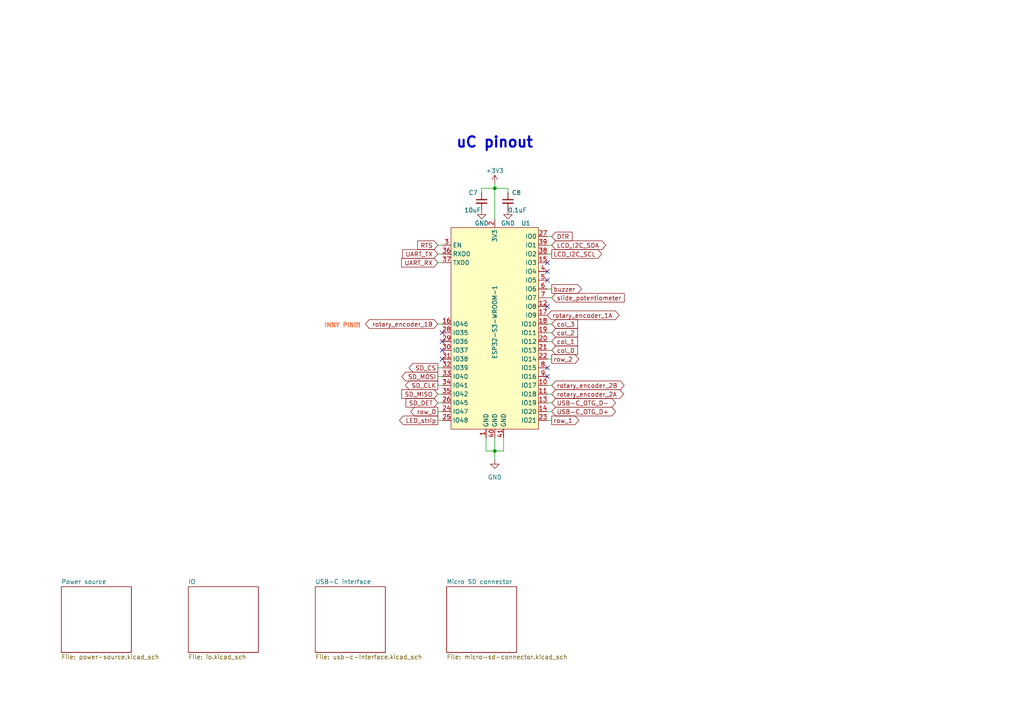
<source format=kicad_sch>
(kicad_sch (version 20230121) (generator eeschema)

  (uuid 26078c39-1d91-4154-8719-da74cb453e74)

  (paper "A4")

  (title_block
    (title "Keypad board")
    (date "2023-11-15")
    (rev "1.1")
  )

  (lib_symbols
    (symbol "PUTRocketLab_supply:+3.3V" (power) (pin_names (offset 0)) (in_bom yes) (on_board yes)
      (property "Reference" "#PWR" (at 0 -3.81 0)
        (effects (font (size 1.27 1.27)) hide)
      )
      (property "Value" "+3.3V" (at 0 3.556 0)
        (effects (font (size 1.27 1.27)))
      )
      (property "Footprint" "" (at 0 0 0)
        (effects (font (size 1.27 1.27)) hide)
      )
      (property "Datasheet" "" (at 0 0 0)
        (effects (font (size 1.27 1.27)) hide)
      )
      (property "ki_keywords" "power-flag" (at 0 0 0)
        (effects (font (size 1.27 1.27)) hide)
      )
      (property "ki_description" "Power symbol creates a global label with name \"+3.3V\"" (at 0 0 0)
        (effects (font (size 1.27 1.27)) hide)
      )
      (symbol "+3.3V_0_1"
        (polyline
          (pts
            (xy -0.762 1.27)
            (xy 0 2.54)
          )
          (stroke (width 0) (type default))
          (fill (type none))
        )
        (polyline
          (pts
            (xy 0 0)
            (xy 0 2.54)
          )
          (stroke (width 0) (type default))
          (fill (type none))
        )
        (polyline
          (pts
            (xy 0 2.54)
            (xy 0.762 1.27)
          )
          (stroke (width 0) (type default))
          (fill (type none))
        )
      )
      (symbol "+3.3V_1_1"
        (pin power_in line (at 0 0 90) (length 0) hide
          (name "+3V3" (effects (font (size 1.27 1.27))))
          (number "1" (effects (font (size 1.27 1.27))))
        )
      )
    )
    (symbol "PUTRocketLab_supply:GND" (power) (pin_names (offset 0)) (in_bom yes) (on_board yes)
      (property "Reference" "#PWR" (at 0 -6.35 0)
        (effects (font (size 1.27 1.27)) hide)
      )
      (property "Value" "GND" (at 0 -3.81 0)
        (effects (font (size 1.27 1.27)))
      )
      (property "Footprint" "" (at 0 0 0)
        (effects (font (size 1.27 1.27)) hide)
      )
      (property "Datasheet" "" (at 0 0 0)
        (effects (font (size 1.27 1.27)) hide)
      )
      (property "ki_keywords" "power-flag" (at 0 0 0)
        (effects (font (size 1.27 1.27)) hide)
      )
      (property "ki_description" "Power symbol creates a global label with name \"GND\" , ground" (at 0 0 0)
        (effects (font (size 1.27 1.27)) hide)
      )
      (symbol "GND_0_1"
        (polyline
          (pts
            (xy 0 0)
            (xy 0 -1.27)
            (xy 1.27 -1.27)
            (xy 0 -2.54)
            (xy -1.27 -1.27)
            (xy 0 -1.27)
          )
          (stroke (width 0) (type default))
          (fill (type none))
        )
      )
      (symbol "GND_1_1"
        (pin power_in line (at 0 0 270) (length 0) hide
          (name "GND" (effects (font (size 1.27 1.27))))
          (number "1" (effects (font (size 1.27 1.27))))
        )
      )
    )
    (symbol "PUT_RocketLab_IC:ESP32-S3-WROOM-1" (in_bom yes) (on_board yes)
      (property "Reference" "U" (at -11.43 30.48 0)
        (effects (font (size 1.27 1.27)))
      )
      (property "Value" "ESP32-S3-WROOM-1" (at 0 -1.27 90)
        (effects (font (size 1.27 1.27)))
      )
      (property "Footprint" "PUTRocketLab_IC:ESP32-S3-WROOM-1" (at 0 -48.26 0)
        (effects (font (size 1.27 1.27)) hide)
      )
      (property "Datasheet" "https://www.espressif.com/sites/default/files/documentation/esp32-s3-wroom-1_wroom-1u_datasheet_en.pdf" (at 0 -45.72 0)
        (effects (font (size 1.27 1.27)) hide)
      )
      (property "ki_keywords" "ESP, ESP32, WROOM" (at 0 0 0)
        (effects (font (size 1.27 1.27)) hide)
      )
      (symbol "ESP32-S3-WROOM-1_0_1"
        (rectangle (start -12.7 29.21) (end 12.7 -29.21)
          (stroke (width 0) (type default))
          (fill (type background))
        )
      )
      (symbol "ESP32-S3-WROOM-1_1_1"
        (pin power_in line (at -2.54 -31.75 90) (length 2.54)
          (name "GND" (effects (font (size 1.27 1.27))))
          (number "1" (effects (font (size 1.27 1.27))))
        )
        (pin bidirectional line (at 15.24 -16.51 180) (length 2.54)
          (name "IO17" (effects (font (size 1.27 1.27))))
          (number "10" (effects (font (size 1.27 1.27))))
        )
        (pin bidirectional line (at 15.24 -19.05 180) (length 2.54)
          (name "IO18" (effects (font (size 1.27 1.27))))
          (number "11" (effects (font (size 1.27 1.27))))
        )
        (pin bidirectional line (at 15.24 6.35 180) (length 2.54)
          (name "IO8" (effects (font (size 1.27 1.27))))
          (number "12" (effects (font (size 1.27 1.27))))
        )
        (pin bidirectional line (at 15.24 -21.59 180) (length 2.54)
          (name "IO19" (effects (font (size 1.27 1.27))))
          (number "13" (effects (font (size 1.27 1.27))))
        )
        (pin bidirectional line (at 15.24 -24.13 180) (length 2.54)
          (name "IO20" (effects (font (size 1.27 1.27))))
          (number "14" (effects (font (size 1.27 1.27))))
        )
        (pin tri_state line (at 15.24 19.05 180) (length 2.54)
          (name "IO3" (effects (font (size 1.27 1.27))))
          (number "15" (effects (font (size 1.27 1.27))))
        )
        (pin tri_state line (at -15.24 1.27 0) (length 2.54)
          (name "IO46" (effects (font (size 1.27 1.27))))
          (number "16" (effects (font (size 1.27 1.27))))
        )
        (pin bidirectional line (at 15.24 3.81 180) (length 2.54)
          (name "IO9" (effects (font (size 1.27 1.27))))
          (number "17" (effects (font (size 1.27 1.27))))
        )
        (pin bidirectional line (at 15.24 1.27 180) (length 2.54)
          (name "IO10" (effects (font (size 1.27 1.27))))
          (number "18" (effects (font (size 1.27 1.27))))
        )
        (pin bidirectional line (at 15.24 -1.27 180) (length 2.54)
          (name "IO11" (effects (font (size 1.27 1.27))))
          (number "19" (effects (font (size 1.27 1.27))))
        )
        (pin power_in line (at 0 31.75 270) (length 2.54)
          (name "3V3" (effects (font (size 1.27 1.27))))
          (number "2" (effects (font (size 1.27 1.27))))
        )
        (pin bidirectional line (at 15.24 -3.81 180) (length 2.54)
          (name "IO12" (effects (font (size 1.27 1.27))))
          (number "20" (effects (font (size 1.27 1.27))))
        )
        (pin bidirectional line (at 15.24 -6.35 180) (length 2.54)
          (name "IO13" (effects (font (size 1.27 1.27))))
          (number "21" (effects (font (size 1.27 1.27))))
        )
        (pin bidirectional line (at 15.24 -8.89 180) (length 2.54)
          (name "IO14" (effects (font (size 1.27 1.27))))
          (number "22" (effects (font (size 1.27 1.27))))
        )
        (pin bidirectional line (at 15.24 -26.67 180) (length 2.54)
          (name "IO21" (effects (font (size 1.27 1.27))))
          (number "23" (effects (font (size 1.27 1.27))))
        )
        (pin bidirectional line (at -15.24 -24.13 0) (length 2.54)
          (name "IO47" (effects (font (size 1.27 1.27))))
          (number "24" (effects (font (size 1.27 1.27))))
        )
        (pin bidirectional line (at -15.24 -26.67 0) (length 2.54)
          (name "IO48" (effects (font (size 1.27 1.27))))
          (number "25" (effects (font (size 1.27 1.27))))
        )
        (pin tri_state line (at -15.24 -21.59 0) (length 2.54)
          (name "IO45" (effects (font (size 1.27 1.27))))
          (number "26" (effects (font (size 1.27 1.27))))
        )
        (pin tri_state line (at 15.24 26.67 180) (length 2.54)
          (name "IO0" (effects (font (size 1.27 1.27))))
          (number "27" (effects (font (size 1.27 1.27))))
        )
        (pin bidirectional line (at -15.24 -1.27 0) (length 2.54)
          (name "IO35" (effects (font (size 1.27 1.27))))
          (number "28" (effects (font (size 1.27 1.27))))
        )
        (pin bidirectional line (at -15.24 -3.81 0) (length 2.54)
          (name "IO36" (effects (font (size 1.27 1.27))))
          (number "29" (effects (font (size 1.27 1.27))))
        )
        (pin input line (at -15.24 24.13 0) (length 2.54)
          (name "EN" (effects (font (size 1.27 1.27))))
          (number "3" (effects (font (size 1.27 1.27))))
        )
        (pin bidirectional line (at -15.24 -6.35 0) (length 2.54)
          (name "IO37" (effects (font (size 1.27 1.27))))
          (number "30" (effects (font (size 1.27 1.27))))
        )
        (pin bidirectional line (at -15.24 -8.89 0) (length 2.54)
          (name "IO38" (effects (font (size 1.27 1.27))))
          (number "31" (effects (font (size 1.27 1.27))))
        )
        (pin bidirectional line (at -15.24 -11.43 0) (length 2.54)
          (name "IO39" (effects (font (size 1.27 1.27))))
          (number "32" (effects (font (size 1.27 1.27))))
        )
        (pin bidirectional line (at -15.24 -13.97 0) (length 2.54)
          (name "IO40" (effects (font (size 1.27 1.27))))
          (number "33" (effects (font (size 1.27 1.27))))
        )
        (pin bidirectional line (at -15.24 -16.51 0) (length 2.54)
          (name "IO41" (effects (font (size 1.27 1.27))))
          (number "34" (effects (font (size 1.27 1.27))))
        )
        (pin bidirectional line (at -15.24 -19.05 0) (length 2.54)
          (name "IO42" (effects (font (size 1.27 1.27))))
          (number "35" (effects (font (size 1.27 1.27))))
        )
        (pin input line (at -15.24 21.59 0) (length 2.54)
          (name "RXD0" (effects (font (size 1.27 1.27))))
          (number "36" (effects (font (size 1.27 1.27))))
        )
        (pin output line (at -15.24 19.05 0) (length 2.54)
          (name "TXD0" (effects (font (size 1.27 1.27))))
          (number "37" (effects (font (size 1.27 1.27))))
        )
        (pin bidirectional line (at 15.24 21.59 180) (length 2.54)
          (name "IO2" (effects (font (size 1.27 1.27))))
          (number "38" (effects (font (size 1.27 1.27))))
        )
        (pin bidirectional line (at 15.24 24.13 180) (length 2.54)
          (name "IO1" (effects (font (size 1.27 1.27))))
          (number "39" (effects (font (size 1.27 1.27))))
        )
        (pin bidirectional line (at 15.24 16.51 180) (length 2.54)
          (name "IO4" (effects (font (size 1.27 1.27))))
          (number "4" (effects (font (size 1.27 1.27))))
        )
        (pin power_in line (at 0 -31.75 90) (length 2.54)
          (name "GND" (effects (font (size 1.27 1.27))))
          (number "40" (effects (font (size 1.27 1.27))))
        )
        (pin power_in line (at 2.54 -31.75 90) (length 2.54)
          (name "GND" (effects (font (size 1.27 1.27))))
          (number "41" (effects (font (size 1.27 1.27))))
        )
        (pin bidirectional line (at 15.24 13.97 180) (length 2.54)
          (name "IO5" (effects (font (size 1.27 1.27))))
          (number "5" (effects (font (size 1.27 1.27))))
        )
        (pin bidirectional line (at 15.24 11.43 180) (length 2.54)
          (name "IO6" (effects (font (size 1.27 1.27))))
          (number "6" (effects (font (size 1.27 1.27))))
        )
        (pin bidirectional line (at 15.24 8.89 180) (length 2.54)
          (name "IO7" (effects (font (size 1.27 1.27))))
          (number "7" (effects (font (size 1.27 1.27))))
        )
        (pin bidirectional line (at 15.24 -11.43 180) (length 2.54)
          (name "IO15" (effects (font (size 1.27 1.27))))
          (number "8" (effects (font (size 1.27 1.27))))
        )
        (pin bidirectional line (at 15.24 -13.97 180) (length 2.54)
          (name "IO16" (effects (font (size 1.27 1.27))))
          (number "9" (effects (font (size 1.27 1.27))))
        )
      )
    )
    (symbol "PutRocketLab_RCL:C_Small" (pin_numbers hide) (pin_names (offset 0.254) hide) (in_bom yes) (on_board yes)
      (property "Reference" "C" (at 0.254 1.778 0)
        (effects (font (size 1.27 1.27)) (justify left))
      )
      (property "Value" "C_Small" (at 0.254 -2.032 0)
        (effects (font (size 1.27 1.27)) (justify left))
      )
      (property "Footprint" "" (at 0 0 0)
        (effects (font (size 1.27 1.27)) hide)
      )
      (property "Datasheet" "~" (at 0 0 0)
        (effects (font (size 1.27 1.27)) hide)
      )
      (property "ki_keywords" "capacitor cap" (at 0 0 0)
        (effects (font (size 1.27 1.27)) hide)
      )
      (property "ki_description" "Unpolarized capacitor, small symbol" (at 0 0 0)
        (effects (font (size 1.27 1.27)) hide)
      )
      (property "ki_fp_filters" "C_*" (at 0 0 0)
        (effects (font (size 1.27 1.27)) hide)
      )
      (symbol "C_Small_0_1"
        (polyline
          (pts
            (xy -1.524 -0.508)
            (xy 1.524 -0.508)
          )
          (stroke (width 0.3302) (type default))
          (fill (type none))
        )
        (polyline
          (pts
            (xy -1.524 0.508)
            (xy 1.524 0.508)
          )
          (stroke (width 0.3048) (type default))
          (fill (type none))
        )
      )
      (symbol "C_Small_1_1"
        (pin passive line (at 0 2.54 270) (length 2.032)
          (name "~" (effects (font (size 1.27 1.27))))
          (number "1" (effects (font (size 1.27 1.27))))
        )
        (pin passive line (at 0 -2.54 90) (length 2.032)
          (name "~" (effects (font (size 1.27 1.27))))
          (number "2" (effects (font (size 1.27 1.27))))
        )
      )
    )
  )

  (junction (at 143.51 54.61) (diameter 0) (color 0 0 0 0)
    (uuid 2e814cac-a2a5-4f23-9357-e9506d99ff37)
  )
  (junction (at 143.51 130.81) (diameter 0) (color 0 0 0 0)
    (uuid 625bf36d-1f2a-4a51-9b26-d62f305d4969)
  )

  (no_connect (at 158.75 88.9) (uuid 108cb2a6-bd18-4ab5-a473-0f873e0ea904))
  (no_connect (at 158.75 78.74) (uuid 382e3170-fd3b-4dd8-a75f-90e07cd076d3))
  (no_connect (at 158.75 76.2) (uuid 45c1501b-859b-4789-92d3-adb974dd54f5))
  (no_connect (at 158.75 106.68) (uuid 4e382b37-e103-457c-80b3-ffb5921ca907))
  (no_connect (at 128.27 96.52) (uuid 54c037d4-9c56-4405-883a-0a7c06cd873c))
  (no_connect (at 128.27 104.14) (uuid 9a2161f3-1a78-4779-a9ab-0a117736d453))
  (no_connect (at 158.75 81.28) (uuid a1d64f54-2608-43e0-940e-f429e8368a4e))
  (no_connect (at 128.27 99.06) (uuid a747d3e4-6b52-48ef-88cd-3a301666646e))
  (no_connect (at 158.75 109.22) (uuid d94b5d51-dda6-440d-9a35-3de387d2d229))
  (no_connect (at 128.27 101.6) (uuid dd771f37-823d-47da-8d40-ad704413d70a))

  (wire (pts (xy 140.97 127) (xy 140.97 130.81))
    (stroke (width 0) (type default))
    (uuid 08a3c591-a2c1-4d30-9aec-4ce6a9040b97)
  )
  (wire (pts (xy 127 76.2) (xy 128.27 76.2))
    (stroke (width 0) (type default))
    (uuid 0bff2490-47db-4b75-a218-87c62dd56e5c)
  )
  (wire (pts (xy 143.51 53.34) (xy 143.51 54.61))
    (stroke (width 0) (type default))
    (uuid 27784979-3372-43f2-bde2-32b19dff8cb5)
  )
  (wire (pts (xy 143.51 130.81) (xy 143.51 127))
    (stroke (width 0) (type default))
    (uuid 29f069ed-b92f-472b-8e03-cf72bc45a296)
  )
  (wire (pts (xy 127 71.12) (xy 128.27 71.12))
    (stroke (width 0) (type default))
    (uuid 32e50a65-9075-458d-b71e-0303fd9c26cb)
  )
  (wire (pts (xy 147.32 54.61) (xy 147.32 55.88))
    (stroke (width 0) (type default))
    (uuid 38f88675-eeea-489d-bd91-cf2dd0c31595)
  )
  (wire (pts (xy 127 106.68) (xy 128.27 106.68))
    (stroke (width 0) (type default))
    (uuid 525a9da5-bcad-487a-83bb-154b26e9b3aa)
  )
  (wire (pts (xy 160.02 111.76) (xy 158.75 111.76))
    (stroke (width 0) (type default))
    (uuid 561d6d3a-ad30-43ff-a076-12efa95d94c4)
  )
  (wire (pts (xy 127 116.84) (xy 128.27 116.84))
    (stroke (width 0) (type default))
    (uuid 5ef47d0c-6c33-4101-b2ed-9358f08302f1)
  )
  (wire (pts (xy 143.51 54.61) (xy 147.32 54.61))
    (stroke (width 0) (type default))
    (uuid 6c3ffae6-b50a-4eab-8041-f20b779dc44b)
  )
  (wire (pts (xy 143.51 54.61) (xy 143.51 63.5))
    (stroke (width 0) (type default))
    (uuid 7b89fbd2-2b0b-49cf-b804-8544563e6e77)
  )
  (wire (pts (xy 160.02 104.14) (xy 158.75 104.14))
    (stroke (width 0) (type default))
    (uuid 7eb83d8a-e564-4a2c-afcc-3a67ba5f0ff6)
  )
  (wire (pts (xy 158.75 71.12) (xy 160.02 71.12))
    (stroke (width 0) (type default))
    (uuid 867c98e5-ef6c-417b-a1e1-b968c6c2a4d1)
  )
  (wire (pts (xy 127 111.76) (xy 128.27 111.76))
    (stroke (width 0) (type default))
    (uuid 8e31f79a-5ced-47b7-879d-3b9b8e000578)
  )
  (wire (pts (xy 127 119.38) (xy 128.27 119.38))
    (stroke (width 0) (type default))
    (uuid 91958687-ff78-4301-86ee-7bc119efdca7)
  )
  (wire (pts (xy 160.02 93.98) (xy 158.75 93.98))
    (stroke (width 0) (type default))
    (uuid 92db1853-ec63-432a-83dc-62d974ca5f4b)
  )
  (wire (pts (xy 139.7 54.61) (xy 139.7 55.88))
    (stroke (width 0) (type default))
    (uuid 93430ace-e5fc-4239-9a19-9ccbba53a9ae)
  )
  (wire (pts (xy 139.7 54.61) (xy 143.51 54.61))
    (stroke (width 0) (type default))
    (uuid 9972ded4-b743-400c-8ab4-2286545a6f47)
  )
  (wire (pts (xy 158.75 73.66) (xy 160.02 73.66))
    (stroke (width 0) (type default))
    (uuid 9a27399f-c975-44dc-a60b-3afab2c74f0b)
  )
  (wire (pts (xy 160.02 86.36) (xy 158.75 86.36))
    (stroke (width 0) (type default))
    (uuid 9a31ebd5-7597-467d-a306-5ff2f2e1a4d2)
  )
  (wire (pts (xy 127 73.66) (xy 128.27 73.66))
    (stroke (width 0) (type default))
    (uuid a08cd76d-a1bf-4422-b01b-4d83597ff03b)
  )
  (wire (pts (xy 127 121.92) (xy 128.27 121.92))
    (stroke (width 0) (type default))
    (uuid a8063c1e-2a9a-4502-bcb6-bbf6f8b2a597)
  )
  (wire (pts (xy 127 93.98) (xy 128.27 93.98))
    (stroke (width 0) (type default))
    (uuid b2680f28-db25-45d6-bb13-8d2ec560f688)
  )
  (wire (pts (xy 140.97 130.81) (xy 143.51 130.81))
    (stroke (width 0) (type default))
    (uuid c4e087ca-e142-4f0b-9482-ea19ab50d2ed)
  )
  (wire (pts (xy 160.02 83.82) (xy 158.75 83.82))
    (stroke (width 0) (type default))
    (uuid c554b6e7-6d28-40bb-9495-09ac2eef2114)
  )
  (wire (pts (xy 146.05 130.81) (xy 143.51 130.81))
    (stroke (width 0) (type default))
    (uuid c9e58942-7014-4ef8-94c5-e25462a07b3f)
  )
  (wire (pts (xy 160.02 96.52) (xy 158.75 96.52))
    (stroke (width 0) (type default))
    (uuid cbcc4fcb-a295-4f81-845f-b24ed78b0900)
  )
  (wire (pts (xy 160.02 68.58) (xy 158.75 68.58))
    (stroke (width 0) (type default))
    (uuid d430ba25-5bfa-4905-976a-e33b73dc66cd)
  )
  (wire (pts (xy 160.02 101.6) (xy 158.75 101.6))
    (stroke (width 0) (type default))
    (uuid d5b4e959-3c2a-4bb7-b41a-4ea2f3315c4a)
  )
  (wire (pts (xy 127 114.3) (xy 128.27 114.3))
    (stroke (width 0) (type default))
    (uuid db2058fb-a9e7-466a-ba79-1c5711cf3631)
  )
  (wire (pts (xy 127 109.22) (xy 128.27 109.22))
    (stroke (width 0) (type default))
    (uuid ddf0131e-1db4-48b9-abc3-e3ab070c597e)
  )
  (wire (pts (xy 143.51 130.81) (xy 143.51 133.35))
    (stroke (width 0) (type default))
    (uuid e52cf3b5-ef28-45ee-9a2d-16abf3e78fa9)
  )
  (wire (pts (xy 160.02 121.92) (xy 158.75 121.92))
    (stroke (width 0) (type default))
    (uuid e659fbb4-6209-458b-b277-8d34e4402e7b)
  )
  (wire (pts (xy 160.02 119.38) (xy 158.75 119.38))
    (stroke (width 0) (type default))
    (uuid e77e91a0-089a-4233-9978-11842e7c3149)
  )
  (wire (pts (xy 160.02 99.06) (xy 158.75 99.06))
    (stroke (width 0) (type default))
    (uuid eea4c8e7-75ab-4868-80c6-0a6474bdf286)
  )
  (wire (pts (xy 160.02 116.84) (xy 158.75 116.84))
    (stroke (width 0) (type default))
    (uuid f2ca90a2-6106-44d3-89cb-ccced101cf75)
  )
  (wire (pts (xy 146.05 127) (xy 146.05 130.81))
    (stroke (width 0) (type default))
    (uuid f77f0623-2df9-4d78-bc83-a57bb6b48b79)
  )
  (wire (pts (xy 160.02 114.3) (xy 158.75 114.3))
    (stroke (width 0) (type default))
    (uuid ffd3191f-8f95-4fa3-b899-f54c17240025)
  )

  (text "uC pinout" (at 132.08 43.18 0)
    (effects (font (size 3 3) (thickness 0.6) bold) (justify left bottom))
    (uuid 4d8502b0-ed28-4420-8f1c-32a2780d23c4)
  )
  (text "INNY PIN!!!" (at 93.98 95.25 0)
    (effects (font (size 1.27 1.27) (thickness 0.254) bold (color 255 104 52 1)) (justify left bottom))
    (uuid 4eb080b1-a8d5-4b15-a2d1-0c7a2255e873)
  )

  (global_label "buzzer" (shape output) (at 160.02 83.82 0) (fields_autoplaced)
    (effects (font (size 1.27 1.27)) (justify left))
    (uuid 0eef5811-8c3d-4158-a7d2-7de56a413b79)
    (property "Intersheetrefs" "${INTERSHEET_REFS}" (at 169.2342 83.82 0)
      (effects (font (size 1.27 1.27)) (justify left) hide)
    )
  )
  (global_label "rotary_encoder_2B" (shape bidirectional) (at 160.02 111.76 0) (fields_autoplaced)
    (effects (font (size 1.27 1.27)) (justify left))
    (uuid 173ed5ad-dc49-4b9c-9027-e3d1e99e89b8)
    (property "Intersheetrefs" "${INTERSHEET_REFS}" (at 181.5939 111.76 0)
      (effects (font (size 1.27 1.27)) (justify left) hide)
    )
  )
  (global_label "SD_CS" (shape output) (at 127 106.68 180) (fields_autoplaced)
    (effects (font (size 1.27 1.27)) (justify right))
    (uuid 218ba6c8-6f02-4cf1-b41d-c99d7e11d3d5)
    (property "Intersheetrefs" "${INTERSHEET_REFS}" (at 118.0882 106.68 0)
      (effects (font (size 1.27 1.27)) (justify right) hide)
    )
  )
  (global_label "RTS" (shape input) (at 127 71.12 180) (fields_autoplaced)
    (effects (font (size 1.27 1.27)) (justify right))
    (uuid 226f8740-d4df-43b2-88d6-9e1cb6f1649b)
    (property "Intersheetrefs" "${INTERSHEET_REFS}" (at 120.5677 71.12 0)
      (effects (font (size 1.27 1.27)) (justify right) hide)
    )
  )
  (global_label "slide_potentiometer" (shape input) (at 160.02 86.36 0) (fields_autoplaced)
    (effects (font (size 1.27 1.27)) (justify left))
    (uuid 36e98c8f-e909-4649-bd6a-f1d20bf783ab)
    (property "Intersheetrefs" "${INTERSHEET_REFS}" (at 181.6317 86.36 0)
      (effects (font (size 1.27 1.27)) (justify left) hide)
    )
  )
  (global_label "rotary_encoder_1A" (shape bidirectional) (at 158.75 91.44 0) (fields_autoplaced)
    (effects (font (size 1.27 1.27)) (justify left))
    (uuid 3af67104-e81c-41b0-a8cf-e21b4ec69b75)
    (property "Intersheetrefs" "${INTERSHEET_REFS}" (at 180.1425 91.44 0)
      (effects (font (size 1.27 1.27)) (justify left) hide)
    )
  )
  (global_label "USB-C_OTG_D+" (shape bidirectional) (at 160.02 119.38 0) (fields_autoplaced)
    (effects (font (size 1.27 1.27)) (justify left))
    (uuid 4cf02b29-4b5e-486c-bacc-921f7e54ec23)
    (property "Intersheetrefs" "${INTERSHEET_REFS}" (at 179.1146 119.38 0)
      (effects (font (size 1.27 1.27)) (justify left) hide)
    )
  )
  (global_label "row_0" (shape output) (at 127 119.38 180) (fields_autoplaced)
    (effects (font (size 1.27 1.27)) (justify right))
    (uuid 4d8e0c8d-7223-4520-a5c2-5ae28c5196a1)
    (property "Intersheetrefs" "${INTERSHEET_REFS}" (at 118.572 119.38 0)
      (effects (font (size 1.27 1.27)) (justify right) hide)
    )
  )
  (global_label "SD_MOSI" (shape output) (at 127 109.22 180) (fields_autoplaced)
    (effects (font (size 1.27 1.27)) (justify right))
    (uuid 5f17f63e-3503-4eb2-ae84-7a318dccaa02)
    (property "Intersheetrefs" "${INTERSHEET_REFS}" (at 115.9715 109.22 0)
      (effects (font (size 1.27 1.27)) (justify right) hide)
    )
  )
  (global_label "col_3" (shape input) (at 160.02 93.98 0) (fields_autoplaced)
    (effects (font (size 1.27 1.27)) (justify left))
    (uuid 62f26f03-eb34-427d-a2e2-bb00ceb269dc)
    (property "Intersheetrefs" "${INTERSHEET_REFS}" (at 168.0851 93.98 0)
      (effects (font (size 1.27 1.27)) (justify left) hide)
    )
  )
  (global_label "rotary_encoder_2A" (shape bidirectional) (at 160.02 114.3 0) (fields_autoplaced)
    (effects (font (size 1.27 1.27)) (justify left))
    (uuid 6520acd1-d00e-4d69-a1bc-888b8806ec86)
    (property "Intersheetrefs" "${INTERSHEET_REFS}" (at 181.4125 114.3 0)
      (effects (font (size 1.27 1.27)) (justify left) hide)
    )
  )
  (global_label "rotary_encoder_1B" (shape bidirectional) (at 127 93.98 180) (fields_autoplaced)
    (effects (font (size 1.27 1.27)) (justify right))
    (uuid 6647faba-be0d-4c6c-9c86-d1226a86ca04)
    (property "Intersheetrefs" "${INTERSHEET_REFS}" (at 105.4261 93.98 0)
      (effects (font (size 1.27 1.27)) (justify right) hide)
    )
  )
  (global_label "SD_DET" (shape input) (at 127 116.84 180) (fields_autoplaced)
    (effects (font (size 1.27 1.27)) (justify right))
    (uuid 7d89cfa1-170b-480a-9c1c-91eaa8123390)
    (property "Intersheetrefs" "${INTERSHEET_REFS}" (at 117.1811 116.84 0)
      (effects (font (size 1.27 1.27)) (justify right) hide)
    )
  )
  (global_label "UART_RX" (shape input) (at 127 76.2 180) (fields_autoplaced)
    (effects (font (size 1.27 1.27)) (justify right))
    (uuid 805ed7da-7b2c-46ed-8905-f54fe0c2c807)
    (property "Intersheetrefs" "${INTERSHEET_REFS}" (at 115.911 76.2 0)
      (effects (font (size 1.27 1.27)) (justify right) hide)
    )
  )
  (global_label "SD_CLK" (shape output) (at 127 111.76 180) (fields_autoplaced)
    (effects (font (size 1.27 1.27)) (justify right))
    (uuid 9171cef9-1448-4344-ae75-2bda1b4902c0)
    (property "Intersheetrefs" "${INTERSHEET_REFS}" (at 116.9996 111.76 0)
      (effects (font (size 1.27 1.27)) (justify right) hide)
    )
  )
  (global_label "USB-C_OTG_D-" (shape bidirectional) (at 160.02 116.84 0) (fields_autoplaced)
    (effects (font (size 1.27 1.27)) (justify left))
    (uuid 9402d704-1f00-46e6-ad9c-49b304846702)
    (property "Intersheetrefs" "${INTERSHEET_REFS}" (at 179.1146 116.84 0)
      (effects (font (size 1.27 1.27)) (justify left) hide)
    )
  )
  (global_label "col_0" (shape input) (at 160.02 101.6 0) (fields_autoplaced)
    (effects (font (size 1.27 1.27)) (justify left))
    (uuid 94a31434-ffb0-49da-8427-514722edb970)
    (property "Intersheetrefs" "${INTERSHEET_REFS}" (at 168.0851 101.6 0)
      (effects (font (size 1.27 1.27)) (justify left) hide)
    )
  )
  (global_label "SD_MISO" (shape input) (at 127 114.3 180) (fields_autoplaced)
    (effects (font (size 1.27 1.27)) (justify right))
    (uuid 9cc4063d-b25c-4fad-ace5-92061ee926f4)
    (property "Intersheetrefs" "${INTERSHEET_REFS}" (at 115.9715 114.3 0)
      (effects (font (size 1.27 1.27)) (justify right) hide)
    )
  )
  (global_label "col_1" (shape input) (at 160.02 99.06 0) (fields_autoplaced)
    (effects (font (size 1.27 1.27)) (justify left))
    (uuid ac8caad2-72b1-4fd4-99da-b9ddf3fc3e25)
    (property "Intersheetrefs" "${INTERSHEET_REFS}" (at 168.0851 99.06 0)
      (effects (font (size 1.27 1.27)) (justify left) hide)
    )
  )
  (global_label "col_2" (shape input) (at 160.02 96.52 0) (fields_autoplaced)
    (effects (font (size 1.27 1.27)) (justify left))
    (uuid afa110f3-da15-497a-a3b6-12f4bd61cfdf)
    (property "Intersheetrefs" "${INTERSHEET_REFS}" (at 168.0851 96.52 0)
      (effects (font (size 1.27 1.27)) (justify left) hide)
    )
  )
  (global_label "row_2" (shape output) (at 160.02 104.14 0) (fields_autoplaced)
    (effects (font (size 1.27 1.27)) (justify left))
    (uuid b27a254c-4586-4a52-8e8c-8f064ba8c97e)
    (property "Intersheetrefs" "${INTERSHEET_REFS}" (at 168.448 104.14 0)
      (effects (font (size 1.27 1.27)) (justify left) hide)
    )
  )
  (global_label "row_1" (shape output) (at 160.02 121.92 0) (fields_autoplaced)
    (effects (font (size 1.27 1.27)) (justify left))
    (uuid b62d2202-bd00-40fa-a21c-3397799744a8)
    (property "Intersheetrefs" "${INTERSHEET_REFS}" (at 168.448 121.92 0)
      (effects (font (size 1.27 1.27)) (justify left) hide)
    )
  )
  (global_label "LED_strip" (shape output) (at 127 121.92 180) (fields_autoplaced)
    (effects (font (size 1.27 1.27)) (justify right))
    (uuid c810b8a5-234e-447a-b882-53bf85cb48b2)
    (property "Intersheetrefs" "${INTERSHEET_REFS}" (at 115.3063 121.92 0)
      (effects (font (size 1.27 1.27)) (justify right) hide)
    )
  )
  (global_label "UART_TX" (shape input) (at 127 73.66 180) (fields_autoplaced)
    (effects (font (size 1.27 1.27)) (justify right))
    (uuid d56b9420-9fb2-4b78-9a7e-0fb72a81e614)
    (property "Intersheetrefs" "${INTERSHEET_REFS}" (at 116.2134 73.66 0)
      (effects (font (size 1.27 1.27)) (justify right) hide)
    )
  )
  (global_label "LCD_I2C_SCL" (shape output) (at 160.02 73.66 0) (fields_autoplaced)
    (effects (font (size 1.27 1.27)) (justify left))
    (uuid d7e2e1fa-8fbb-47ee-816e-d8df7b9ad8ed)
    (property "Intersheetrefs" "${INTERSHEET_REFS}" (at 175.1004 73.66 0)
      (effects (font (size 1.27 1.27)) (justify left) hide)
    )
  )
  (global_label "LCD_I2C_SDA" (shape bidirectional) (at 160.02 71.12 0) (fields_autoplaced)
    (effects (font (size 1.27 1.27)) (justify left))
    (uuid e57df766-da24-46dc-a98e-f56b28db38b8)
    (property "Intersheetrefs" "${INTERSHEET_REFS}" (at 176.2722 71.12 0)
      (effects (font (size 1.27 1.27)) (justify left) hide)
    )
  )
  (global_label "DTR" (shape input) (at 160.02 68.58 0) (fields_autoplaced)
    (effects (font (size 1.27 1.27)) (justify left))
    (uuid efe71064-403d-4769-9d7c-e229265ca6bd)
    (property "Intersheetrefs" "${INTERSHEET_REFS}" (at 166.5128 68.58 0)
      (effects (font (size 1.27 1.27)) (justify left) hide)
    )
  )

  (symbol (lib_id "PUTRocketLab_supply:+3.3V") (at 143.51 53.34 0) (unit 1)
    (in_bom yes) (on_board yes) (dnp no)
    (uuid 0516d39d-7c96-443a-988e-66bced891ddf)
    (property "Reference" "#PWR027" (at 143.51 57.15 0)
      (effects (font (size 1.27 1.27)) hide)
    )
    (property "Value" "+3.3V" (at 143.51 49.53 0)
      (effects (font (size 1.27 1.27)))
    )
    (property "Footprint" "" (at 143.51 53.34 0)
      (effects (font (size 1.27 1.27)) hide)
    )
    (property "Datasheet" "" (at 143.51 53.34 0)
      (effects (font (size 1.27 1.27)) hide)
    )
    (pin "1" (uuid 5c9c8090-4230-425d-85d0-14cdec5fa2a6))
    (instances
      (project "keypad"
        (path "/26078c39-1d91-4154-8719-da74cb453e74"
          (reference "#PWR027") (unit 1)
        )
      )
    )
  )

  (symbol (lib_id "PutRocketLab_RCL:C_Small") (at 147.32 58.42 0) (unit 1)
    (in_bom yes) (on_board yes) (dnp no)
    (uuid 194c9fa9-e85e-425f-aedc-9b61bf538267)
    (property "Reference" "C8" (at 151.13 55.88 0)
      (effects (font (size 1.27 1.27)) (justify right))
    )
    (property "Value" "0.1uF" (at 147.32 60.96 0)
      (effects (font (size 1.27 1.27)) (justify left))
    )
    (property "Footprint" "Capacitor_SMD:C_0603_1608Metric" (at 147.32 58.42 0)
      (effects (font (size 1.27 1.27)) hide)
    )
    (property "Datasheet" "~" (at 147.32 58.42 0)
      (effects (font (size 1.27 1.27)) hide)
    )
    (pin "1" (uuid f5cad958-3c20-4b5e-8c32-27443dd24339))
    (pin "2" (uuid 155ee70f-c6a3-46a8-8877-c0e0e24dcae8))
    (instances
      (project "keypad"
        (path "/26078c39-1d91-4154-8719-da74cb453e74"
          (reference "C8") (unit 1)
        )
      )
    )
  )

  (symbol (lib_id "PUTRocketLab_supply:GND") (at 139.7 60.96 0) (unit 1)
    (in_bom yes) (on_board yes) (dnp no)
    (uuid 3b04a51f-7a47-44e7-8b44-85a6d8044930)
    (property "Reference" "#PWR026" (at 139.7 67.31 0)
      (effects (font (size 1.27 1.27)) hide)
    )
    (property "Value" "GND" (at 139.7 64.77 0)
      (effects (font (size 1.27 1.27)))
    )
    (property "Footprint" "" (at 139.7 60.96 0)
      (effects (font (size 1.27 1.27)) hide)
    )
    (property "Datasheet" "" (at 139.7 60.96 0)
      (effects (font (size 1.27 1.27)) hide)
    )
    (pin "1" (uuid d18a8e2a-ba40-4d76-8149-eec2d349788f))
    (instances
      (project "keypad"
        (path "/26078c39-1d91-4154-8719-da74cb453e74"
          (reference "#PWR026") (unit 1)
        )
      )
    )
  )

  (symbol (lib_id "PutRocketLab_RCL:C_Small") (at 139.7 58.42 0) (unit 1)
    (in_bom yes) (on_board yes) (dnp no)
    (uuid 45e2ff88-a62d-45ca-bcb9-318531982965)
    (property "Reference" "C7" (at 135.89 55.88 0)
      (effects (font (size 1.27 1.27)) (justify left))
    )
    (property "Value" "10uF" (at 134.62 60.96 0)
      (effects (font (size 1.27 1.27)) (justify left))
    )
    (property "Footprint" "Capacitor_SMD:C_0603_1608Metric" (at 139.7 58.42 0)
      (effects (font (size 1.27 1.27)) hide)
    )
    (property "Datasheet" "~" (at 139.7 58.42 0)
      (effects (font (size 1.27 1.27)) hide)
    )
    (pin "1" (uuid 7ab7cc10-dfd2-4a13-b3f6-535e7a2ef2a3))
    (pin "2" (uuid 190184e2-ee00-4ad7-aa4c-fa173a39973f))
    (instances
      (project "keypad"
        (path "/26078c39-1d91-4154-8719-da74cb453e74"
          (reference "C7") (unit 1)
        )
      )
    )
  )

  (symbol (lib_id "PUT_RocketLab_IC:ESP32-S3-WROOM-1") (at 143.51 95.25 0) (unit 1)
    (in_bom yes) (on_board yes) (dnp no)
    (uuid 75a0025e-6879-4658-a0e3-cd3c4ca7a017)
    (property "Reference" "U1" (at 151.13 64.77 0)
      (effects (font (size 1.27 1.27)) (justify left))
    )
    (property "Value" "ESP32-S3-WROOM-1" (at 143.51 104.14 90)
      (effects (font (size 1.27 1.27)) (justify left))
    )
    (property "Footprint" "RF_Module:ESP32-S3-WROOM-1" (at 143.51 143.51 0)
      (effects (font (size 1.27 1.27)) hide)
    )
    (property "Datasheet" "https://www.espressif.com/sites/default/files/documentation/esp32-s3-wroom-1_wroom-1u_datasheet_en.pdf" (at 143.51 140.97 0)
      (effects (font (size 1.27 1.27)) hide)
    )
    (pin "1" (uuid 4c74267f-6d17-41f5-a4e5-0616a3c52fe3))
    (pin "10" (uuid 26a15e67-b3fe-419d-9bca-26b7f39c3067))
    (pin "11" (uuid 5730f0e6-8585-4488-8ed5-3c7b1ec8638e))
    (pin "12" (uuid 14bce084-f611-4c1c-95ba-09cf224b5629))
    (pin "13" (uuid f5718ebc-e09a-4909-a035-d8d903022402))
    (pin "14" (uuid 748454a8-3579-4fc4-8b84-aa564780030a))
    (pin "15" (uuid 8709e300-ffbd-4988-9b91-af2a1c54db31))
    (pin "16" (uuid 02202cf3-d500-48a9-99c0-2c3350697969))
    (pin "17" (uuid 7b9a02b8-7b27-43d9-b5f6-03ff2d85b512))
    (pin "18" (uuid fd53298e-afea-45c8-ad2d-db396e4b4fcc))
    (pin "19" (uuid 76c91e47-2102-4a95-bdaf-2df546eea4c5))
    (pin "2" (uuid 22943d25-da53-4b08-9361-05b52b1d1eb0))
    (pin "20" (uuid 07623376-bedc-416b-856d-f2b47bd351ba))
    (pin "21" (uuid d6c68ce9-d009-4c0e-9a3f-551a0792126e))
    (pin "22" (uuid e74a77ed-b803-4562-bbb5-fae468f45eee))
    (pin "23" (uuid 74beaf46-adfc-42db-bfff-009a5a24fd53))
    (pin "24" (uuid 17a8bdac-a7cc-4668-ba0c-6b6284bba963))
    (pin "25" (uuid cc06de52-68f8-48d2-a3fe-605401a98f84))
    (pin "26" (uuid ace39a51-6867-46ca-911a-a0c7e158e8f0))
    (pin "27" (uuid 94aba9c5-b118-489e-861c-0ae45fa6decf))
    (pin "28" (uuid e9323f3a-9c83-447b-9363-3fdfaa59d6a1))
    (pin "29" (uuid 6710ac66-76e5-45c0-867e-6b739bdfd7d2))
    (pin "3" (uuid f04bb669-9c8a-4155-a012-ccf2f790ca1e))
    (pin "30" (uuid 172bbe71-8825-44bf-a17c-7f8a14d475e3))
    (pin "31" (uuid 01ac0fac-69f5-41e3-a882-321c47081376))
    (pin "32" (uuid 902c52ca-54a7-4c1e-b9c7-07a4ba4e72b6))
    (pin "33" (uuid 51adbbbd-c379-4232-82d5-98f7262493d5))
    (pin "34" (uuid 27787f79-7cea-460e-ba34-faca9f646e15))
    (pin "35" (uuid f46f55a7-a76b-4d28-b31e-43acb8b20eb8))
    (pin "36" (uuid d4b2169e-88f5-44bd-80ac-0db0e28cb482))
    (pin "37" (uuid cb352351-af5a-42f0-b235-ccd7dbc1e8ae))
    (pin "38" (uuid 86eb1e4c-56dc-4a36-ab72-0ebd88753d10))
    (pin "39" (uuid 2b1a0196-86ac-40ab-85a0-0bea51725e46))
    (pin "4" (uuid 653f93bb-e6df-4e39-a9f4-a4fd21bc96c4))
    (pin "40" (uuid f0dcf3e9-b444-4bd5-be89-a6fb3406e1f9))
    (pin "41" (uuid 22a6c5e0-f266-45fb-b240-873b5c58b810))
    (pin "5" (uuid 58b9bf7d-3182-45cd-a550-5ff697f60373))
    (pin "6" (uuid fb9b5774-f775-4631-81d0-df0cc8000754))
    (pin "7" (uuid 607332d0-aec3-4c3b-9be0-51497005f98e))
    (pin "8" (uuid 40610f45-4ce0-4722-8a87-a0b164a1c816))
    (pin "9" (uuid cc9282b2-4a6c-4a56-828c-b1ca53aac974))
    (instances
      (project "keypad"
        (path "/26078c39-1d91-4154-8719-da74cb453e74"
          (reference "U1") (unit 1)
        )
      )
    )
  )

  (symbol (lib_id "PUTRocketLab_supply:GND") (at 147.32 60.96 0) (unit 1)
    (in_bom yes) (on_board yes) (dnp no)
    (uuid a399bc2e-e34a-4f60-b4ea-665f1e00d14e)
    (property "Reference" "#PWR02" (at 147.32 67.31 0)
      (effects (font (size 1.27 1.27)) hide)
    )
    (property "Value" "GND" (at 147.32 64.77 0)
      (effects (font (size 1.27 1.27)))
    )
    (property "Footprint" "" (at 147.32 60.96 0)
      (effects (font (size 1.27 1.27)) hide)
    )
    (property "Datasheet" "" (at 147.32 60.96 0)
      (effects (font (size 1.27 1.27)) hide)
    )
    (pin "1" (uuid 4cc4a485-84ae-48b5-872e-1d2b79fe34ab))
    (instances
      (project "keypad"
        (path "/26078c39-1d91-4154-8719-da74cb453e74"
          (reference "#PWR02") (unit 1)
        )
      )
    )
  )

  (symbol (lib_id "PUTRocketLab_supply:GND") (at 143.51 133.35 0) (unit 1)
    (in_bom yes) (on_board yes) (dnp no) (fields_autoplaced)
    (uuid a3d7f508-3714-4046-ac88-268cce66bc25)
    (property "Reference" "#PWR01" (at 143.51 139.7 0)
      (effects (font (size 1.27 1.27)) hide)
    )
    (property "Value" "GND" (at 143.51 138.43 0)
      (effects (font (size 1.27 1.27)))
    )
    (property "Footprint" "" (at 143.51 133.35 0)
      (effects (font (size 1.27 1.27)) hide)
    )
    (property "Datasheet" "" (at 143.51 133.35 0)
      (effects (font (size 1.27 1.27)) hide)
    )
    (pin "1" (uuid 77cba5a9-8ec9-4823-90bc-c19124040d73))
    (instances
      (project "keypad"
        (path "/26078c39-1d91-4154-8719-da74cb453e74"
          (reference "#PWR01") (unit 1)
        )
      )
    )
  )

  (sheet (at 54.61 170.18) (size 20.32 19.05) (fields_autoplaced)
    (stroke (width 0.1524) (type solid))
    (fill (color 0 0 0 0.0000))
    (uuid 3159a0fd-9cfb-4836-b001-4197fb47d6b2)
    (property "Sheetname" "IO" (at 54.61 169.4684 0)
      (effects (font (size 1.27 1.27)) (justify left bottom))
    )
    (property "Sheetfile" "io.kicad_sch" (at 54.61 189.8146 0)
      (effects (font (size 1.27 1.27)) (justify left top))
    )
    (instances
      (project "keypad"
        (path "/26078c39-1d91-4154-8719-da74cb453e74" (page "7"))
      )
    )
  )

  (sheet (at 17.78 170.18) (size 20.32 19.05) (fields_autoplaced)
    (stroke (width 0.1524) (type solid))
    (fill (color 0 0 0 0.0000))
    (uuid 3e174945-0f14-4777-84ae-d28e4ef4eec5)
    (property "Sheetname" "Power source" (at 17.78 169.4684 0)
      (effects (font (size 1.27 1.27)) (justify left bottom))
    )
    (property "Sheetfile" "power-source.kicad_sch" (at 17.78 189.8146 0)
      (effects (font (size 1.27 1.27)) (justify left top))
    )
    (instances
      (project "keypad"
        (path "/26078c39-1d91-4154-8719-da74cb453e74" (page "6"))
      )
    )
  )

  (sheet (at 129.54 170.18) (size 20.32 19.05) (fields_autoplaced)
    (stroke (width 0.1524) (type solid))
    (fill (color 0 0 0 0.0000))
    (uuid 77e80e03-91ee-4ab0-9128-b36d88ea7b10)
    (property "Sheetname" "Micro SD connector" (at 129.54 169.4684 0)
      (effects (font (size 1.27 1.27)) (justify left bottom))
    )
    (property "Sheetfile" "micro-sd-connector.kicad_sch" (at 129.54 189.8146 0)
      (effects (font (size 1.27 1.27)) (justify left top))
    )
    (instances
      (project "keypad"
        (path "/26078c39-1d91-4154-8719-da74cb453e74" (page "5"))
      )
    )
  )

  (sheet (at 91.44 170.18) (size 20.32 19.05) (fields_autoplaced)
    (stroke (width 0.1524) (type solid))
    (fill (color 0 0 0 0.0000))
    (uuid 8c59234c-4b92-497c-9a92-28fee1185425)
    (property "Sheetname" "USB-C interface" (at 91.44 169.4684 0)
      (effects (font (size 1.27 1.27)) (justify left bottom))
    )
    (property "Sheetfile" "usb-c-interface.kicad_sch" (at 91.44 189.8146 0)
      (effects (font (size 1.27 1.27)) (justify left top))
    )
    (instances
      (project "keypad"
        (path "/26078c39-1d91-4154-8719-da74cb453e74" (page "4"))
      )
    )
  )

  (sheet_instances
    (path "/" (page "1"))
  )
)

</source>
